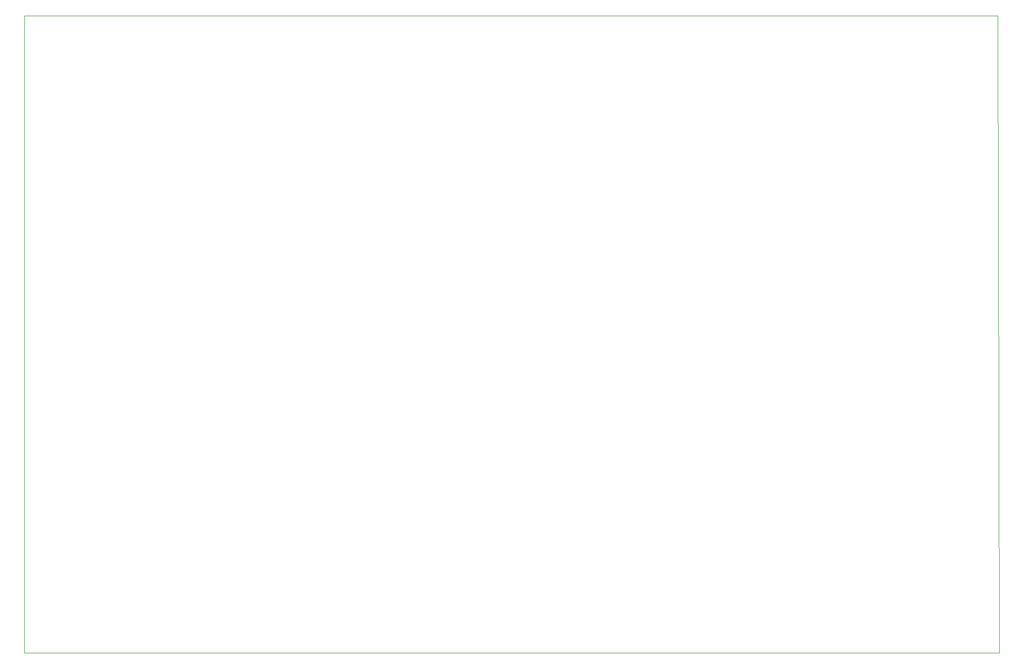
<source format=gbr>
%TF.GenerationSoftware,KiCad,Pcbnew,(5.1.7)-1*%
%TF.CreationDate,2020-11-17T12:59:15+01:00*%
%TF.ProjectId,matd_8x8,6d617464-5f38-4783-982e-6b696361645f,rev?*%
%TF.SameCoordinates,Original*%
%TF.FileFunction,Profile,NP*%
%FSLAX46Y46*%
G04 Gerber Fmt 4.6, Leading zero omitted, Abs format (unit mm)*
G04 Created by KiCad (PCBNEW (5.1.7)-1) date 2020-11-17 12:59:15*
%MOMM*%
%LPD*%
G01*
G04 APERTURE LIST*
%TA.AperFunction,Profile*%
%ADD10C,0.050000*%
%TD*%
G04 APERTURE END LIST*
D10*
X33274000Y-39922000D02*
X33274000Y-40176000D01*
X195834000Y-39922000D02*
X33274000Y-39922000D01*
X196088000Y-146348000D02*
X195834000Y-39922000D01*
X33274000Y-146348000D02*
X196088000Y-146348000D01*
X33274000Y-40176000D02*
X33274000Y-146348000D01*
M02*

</source>
